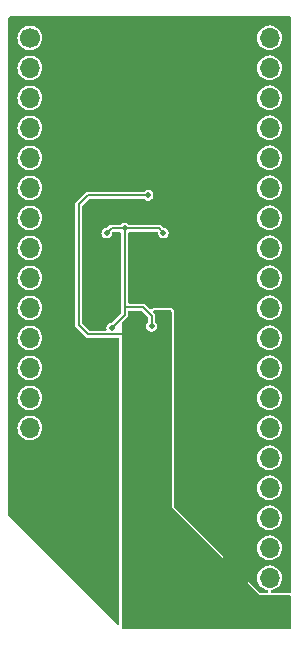
<source format=gbr>
%TF.GenerationSoftware,KiCad,Pcbnew,7.0.1*%
%TF.CreationDate,2023-04-17T09:27:04+12:00*%
%TF.ProjectId,MCT8329A-breakout,4d435438-3332-4394-912d-627265616b6f,1.0*%
%TF.SameCoordinates,Original*%
%TF.FileFunction,Copper,L2,Bot*%
%TF.FilePolarity,Positive*%
%FSLAX46Y46*%
G04 Gerber Fmt 4.6, Leading zero omitted, Abs format (unit mm)*
G04 Created by KiCad (PCBNEW 7.0.1) date 2023-04-17 09:27:04*
%MOMM*%
%LPD*%
G01*
G04 APERTURE LIST*
%TA.AperFunction,ComponentPad*%
%ADD10C,1.700000*%
%TD*%
%TA.AperFunction,ComponentPad*%
%ADD11O,1.700000X1.700000*%
%TD*%
%TA.AperFunction,SMDPad,CuDef*%
%ADD12C,2.000000*%
%TD*%
%TA.AperFunction,ViaPad*%
%ADD13C,0.500000*%
%TD*%
%TA.AperFunction,Conductor*%
%ADD14C,0.204000*%
%TD*%
G04 APERTURE END LIST*
%TA.AperFunction,EtchedComponent*%
%TO.C,NT1*%
G36*
X151921320Y-105232893D02*
G01*
X149092893Y-108061320D01*
X147678680Y-106647107D01*
X150507107Y-103818680D01*
X151921320Y-105232893D01*
G37*
%TD.AperFunction*%
%TA.AperFunction,EtchedComponent*%
G36*
X151211320Y-104522893D02*
G01*
X148382893Y-107351320D01*
X146968680Y-105937107D01*
X149797107Y-103108680D01*
X151211320Y-104522893D01*
G37*
%TD.AperFunction*%
%TD*%
D10*
%TO.P,J2,1,Pin_1*%
%TO.N,PGND*%
X152835000Y-108335000D03*
D11*
%TO.P,J2,2,Pin_2*%
%TO.N,PVDD*%
X152835000Y-105795000D03*
%TO.P,J2,3,Pin_3*%
%TO.N,/CPL*%
X152835000Y-103255000D03*
%TO.P,J2,4,Pin_4*%
%TO.N,/CPH*%
X152835000Y-100715000D03*
%TO.P,J2,5,Pin_5*%
%TO.N,/GVDD*%
X152835000Y-98175000D03*
%TO.P,J2,6,Pin_6*%
%TO.N,/BSTA*%
X152835000Y-95635000D03*
%TO.P,J2,7,Pin_7*%
%TO.N,/SHA*%
X152835000Y-93095000D03*
%TO.P,J2,8,Pin_8*%
%TO.N,/GHA*%
X152835000Y-90555000D03*
%TO.P,J2,9,Pin_9*%
%TO.N,/GLA*%
X152835000Y-88015000D03*
%TO.P,J2,10,Pin_10*%
%TO.N,/BSTB*%
X152835000Y-85475000D03*
%TO.P,J2,11,Pin_11*%
%TO.N,/SHB*%
X152835000Y-82935000D03*
%TO.P,J2,12,Pin_12*%
%TO.N,/GHB*%
X152835000Y-80395000D03*
%TO.P,J2,13,Pin_13*%
%TO.N,/GLB*%
X152835000Y-77855000D03*
%TO.P,J2,14,Pin_14*%
%TO.N,/BSTC*%
X152835000Y-75315000D03*
%TO.P,J2,15,Pin_15*%
%TO.N,/SHC*%
X152835000Y-72775000D03*
%TO.P,J2,16,Pin_16*%
%TO.N,/GHC*%
X152835000Y-70235000D03*
%TO.P,J2,17,Pin_17*%
%TO.N,/GLC*%
X152835000Y-67695000D03*
%TO.P,J2,18,Pin_18*%
%TO.N,/LSS*%
X152835000Y-65155000D03*
%TO.P,J2,19,Pin_19*%
%TO.N,/SP*%
X152835000Y-62615000D03*
%TO.P,J2,20,Pin_20*%
%TO.N,/SN*%
X152835000Y-60075000D03*
%TD*%
D12*
%TO.P,NT1,1,1*%
%TO.N,PGND*%
X148385786Y-107354214D03*
%TO.P,NT1,2,2*%
%TO.N,GND*%
X151214214Y-104525786D03*
%TD*%
D10*
%TO.P,J1,1,Pin_1*%
%TO.N,/DRVOFF*%
X132545000Y-60085000D03*
D11*
%TO.P,J1,2,Pin_2*%
%TO.N,AGND*%
X132545000Y-62625000D03*
%TO.P,J1,3,Pin_3*%
%TO.N,AVDD*%
X132545000Y-65165000D03*
%TO.P,J1,4,Pin_4*%
%TO.N,/SPEED{slash}WAKE*%
X132545000Y-67705000D03*
%TO.P,J1,5,Pin_5*%
%TO.N,/FG*%
X132545000Y-70245000D03*
%TO.P,J1,6,Pin_6*%
%TO.N,/SDA*%
X132545000Y-72785000D03*
%TO.P,J1,7,Pin_7*%
%TO.N,/SCL*%
X132545000Y-75325000D03*
%TO.P,J1,8,Pin_8*%
%TO.N,/DIR*%
X132545000Y-77865000D03*
%TO.P,J1,9,Pin_9*%
%TO.N,/EXT_CLK*%
X132545000Y-80405000D03*
%TO.P,J1,10,Pin_10*%
%TO.N,/DACOUT{slash}SOx{slash}SPEED_ANA*%
X132545000Y-82945000D03*
%TO.P,J1,11,Pin_11*%
%TO.N,/BRAKE*%
X132545000Y-85485000D03*
%TO.P,J1,12,Pin_12*%
%TO.N,/nFAULT*%
X132545000Y-88025000D03*
%TO.P,J1,13,Pin_13*%
%TO.N,DVDD*%
X132545000Y-90565000D03*
%TO.P,J1,14,Pin_14*%
%TO.N,DGND*%
X132545000Y-93105000D03*
%TD*%
D12*
%TO.P,NT1,1,1*%
%TO.N,PGND*%
X147675786Y-106644214D03*
%TO.P,NT1,2,2*%
%TO.N,GND*%
X150504214Y-103815786D03*
%TD*%
D13*
%TO.N,AVDD*%
X140575000Y-76200000D03*
X142845000Y-84492141D03*
X139045000Y-76610000D03*
X143845000Y-76580000D03*
X139472858Y-84640000D03*
%TO.N,GND*%
X145520000Y-79630000D03*
X144540000Y-80595000D03*
X149020000Y-85110000D03*
X146500000Y-81560000D03*
X147790000Y-71860000D03*
X144540000Y-79630000D03*
X149000000Y-78260000D03*
X144200000Y-73210000D03*
X147750000Y-83910000D03*
X137225000Y-83900000D03*
X145520000Y-80595000D03*
X149690000Y-79360000D03*
X149690000Y-81430000D03*
X147810000Y-91510000D03*
X142100000Y-77220000D03*
X148210000Y-89380000D03*
X143560000Y-79630000D03*
X145520000Y-81560000D03*
X146500000Y-79630000D03*
X149430000Y-83000000D03*
X145750000Y-72400000D03*
X138450000Y-76010000D03*
X137225000Y-77280000D03*
X148610000Y-87240000D03*
X139800000Y-85920000D03*
X135680000Y-81430000D03*
X136480000Y-69620000D03*
X146990000Y-67580000D03*
X139120000Y-74770000D03*
X148200000Y-73980000D03*
X147390000Y-69710000D03*
X144540000Y-81560000D03*
X146500000Y-80595000D03*
X143560000Y-80595000D03*
X139790000Y-87680000D03*
X143560000Y-81560000D03*
X138180000Y-85820000D03*
X148600000Y-76110000D03*
X147750000Y-78160000D03*
%TO.N,PGND*%
X141850000Y-83570000D03*
X142555498Y-73400000D03*
X143190000Y-86200000D03*
X141700000Y-86190000D03*
X141390000Y-88250000D03*
X142850000Y-88250000D03*
X144230000Y-83440000D03*
X144230000Y-84440000D03*
%TD*%
D14*
%TO.N,AVDD*%
X142845000Y-83585000D02*
X142130000Y-82870000D01*
X142130000Y-82870000D02*
X140580000Y-82870000D01*
X143465000Y-76200000D02*
X143845000Y-76580000D01*
X140575000Y-76200000D02*
X139455000Y-76200000D01*
X139472858Y-84640000D02*
X140575000Y-83537858D01*
X140575000Y-83537858D02*
X140575000Y-82875000D01*
X142845000Y-84492141D02*
X142845000Y-83585000D01*
X139455000Y-76200000D02*
X139045000Y-76610000D01*
X140575000Y-82875000D02*
X140575000Y-76200000D01*
X140575000Y-76200000D02*
X143465000Y-76200000D01*
%TO.N,PGND*%
X137448000Y-85188000D02*
X141062000Y-85188000D01*
X142555498Y-73400000D02*
X137450000Y-73400000D01*
X136677000Y-84417000D02*
X137448000Y-85188000D01*
X136677000Y-74173000D02*
X136677000Y-84417000D01*
X137450000Y-73400000D02*
X136677000Y-74173000D01*
%TD*%
%TA.AperFunction,Conductor*%
%TO.N,GND*%
G36*
X154596500Y-58277381D02*
G01*
X154642619Y-58323500D01*
X154659500Y-58386500D01*
X154659500Y-106952500D01*
X154642619Y-107015500D01*
X154596500Y-107061619D01*
X154533500Y-107078500D01*
X153044900Y-107078500D01*
X152983694Y-107062635D01*
X152937901Y-107019037D01*
X152919052Y-106958683D01*
X152931894Y-106896772D01*
X152973193Y-106848894D01*
X153032549Y-106827107D01*
X153040150Y-106826358D01*
X153040149Y-106826358D01*
X153237416Y-106766518D01*
X153419218Y-106669344D01*
X153578568Y-106538568D01*
X153709344Y-106379218D01*
X153806518Y-106197416D01*
X153866358Y-106000150D01*
X153886564Y-105795000D01*
X153866358Y-105589850D01*
X153806518Y-105392584D01*
X153709344Y-105210782D01*
X153709342Y-105210779D01*
X153578568Y-105051431D01*
X153419220Y-104920657D01*
X153237414Y-104823481D01*
X153040150Y-104763641D01*
X152835000Y-104743435D01*
X152629849Y-104763641D01*
X152432585Y-104823481D01*
X152250779Y-104920657D01*
X152091431Y-105051431D01*
X151960657Y-105210779D01*
X151863481Y-105392585D01*
X151803641Y-105589849D01*
X151783435Y-105794999D01*
X151803641Y-106000150D01*
X151863481Y-106197414D01*
X151960657Y-106379220D01*
X152091431Y-106538568D01*
X152250779Y-106669342D01*
X152250780Y-106669342D01*
X152250782Y-106669344D01*
X152432584Y-106766518D01*
X152531217Y-106796438D01*
X152629849Y-106826358D01*
X152637451Y-106827107D01*
X152696807Y-106848894D01*
X152738106Y-106896772D01*
X152750948Y-106958683D01*
X152732099Y-107019037D01*
X152686306Y-107062635D01*
X152625100Y-107078500D01*
X152125654Y-107078500D01*
X152077436Y-107068909D01*
X152036559Y-107041595D01*
X148249962Y-103254999D01*
X151783435Y-103254999D01*
X151803641Y-103460150D01*
X151863481Y-103657414D01*
X151960657Y-103839220D01*
X152091431Y-103998568D01*
X152250779Y-104129342D01*
X152250780Y-104129342D01*
X152250782Y-104129344D01*
X152432584Y-104226518D01*
X152531217Y-104256438D01*
X152629849Y-104286358D01*
X152834999Y-104306564D01*
X152834999Y-104306563D01*
X152835000Y-104306564D01*
X153040150Y-104286358D01*
X153237416Y-104226518D01*
X153419218Y-104129344D01*
X153578568Y-103998568D01*
X153709344Y-103839218D01*
X153806518Y-103657416D01*
X153866358Y-103460150D01*
X153886564Y-103255000D01*
X153866358Y-103049850D01*
X153806518Y-102852584D01*
X153709344Y-102670782D01*
X153709342Y-102670779D01*
X153578568Y-102511431D01*
X153419220Y-102380657D01*
X153237414Y-102283481D01*
X153040150Y-102223641D01*
X152835000Y-102203435D01*
X152629849Y-102223641D01*
X152432585Y-102283481D01*
X152250779Y-102380657D01*
X152091431Y-102511431D01*
X151960657Y-102670779D01*
X151863481Y-102852585D01*
X151803641Y-103049849D01*
X151783435Y-103254999D01*
X148249962Y-103254999D01*
X145709962Y-100714999D01*
X151783435Y-100714999D01*
X151803641Y-100920150D01*
X151863481Y-101117414D01*
X151960657Y-101299220D01*
X152091431Y-101458568D01*
X152250779Y-101589342D01*
X152250780Y-101589342D01*
X152250782Y-101589344D01*
X152432584Y-101686518D01*
X152531216Y-101716437D01*
X152629849Y-101746358D01*
X152834999Y-101766564D01*
X152834999Y-101766563D01*
X152835000Y-101766564D01*
X153040150Y-101746358D01*
X153237416Y-101686518D01*
X153419218Y-101589344D01*
X153578568Y-101458568D01*
X153709344Y-101299218D01*
X153806518Y-101117416D01*
X153866358Y-100920150D01*
X153886564Y-100715000D01*
X153870340Y-100550284D01*
X153866358Y-100509849D01*
X153806518Y-100312585D01*
X153806518Y-100312584D01*
X153709344Y-100130782D01*
X153709342Y-100130779D01*
X153578568Y-99971431D01*
X153419220Y-99840657D01*
X153312177Y-99783442D01*
X153237416Y-99743482D01*
X153237415Y-99743481D01*
X153237414Y-99743481D01*
X153040150Y-99683641D01*
X152835000Y-99663435D01*
X152629849Y-99683641D01*
X152432585Y-99743481D01*
X152250779Y-99840657D01*
X152091431Y-99971431D01*
X151960657Y-100130779D01*
X151863481Y-100312585D01*
X151803641Y-100509849D01*
X151783435Y-100714999D01*
X145709962Y-100714999D01*
X144778405Y-99783442D01*
X144751091Y-99742565D01*
X144741500Y-99694347D01*
X144741500Y-98175000D01*
X151783435Y-98175000D01*
X151803641Y-98380150D01*
X151863481Y-98577414D01*
X151960657Y-98759220D01*
X152091431Y-98918568D01*
X152250779Y-99049342D01*
X152250780Y-99049342D01*
X152250782Y-99049344D01*
X152432584Y-99146518D01*
X152531217Y-99176438D01*
X152629849Y-99206358D01*
X152834999Y-99226564D01*
X152834999Y-99226563D01*
X152835000Y-99226564D01*
X153040150Y-99206358D01*
X153237416Y-99146518D01*
X153419218Y-99049344D01*
X153578568Y-98918568D01*
X153709344Y-98759218D01*
X153806518Y-98577416D01*
X153866358Y-98380150D01*
X153886564Y-98175000D01*
X153866358Y-97969850D01*
X153806518Y-97772584D01*
X153709344Y-97590782D01*
X153709342Y-97590779D01*
X153578568Y-97431431D01*
X153419220Y-97300657D01*
X153237414Y-97203481D01*
X153040150Y-97143641D01*
X152835000Y-97123435D01*
X152629849Y-97143641D01*
X152432585Y-97203481D01*
X152250779Y-97300657D01*
X152091431Y-97431431D01*
X151960657Y-97590779D01*
X151863481Y-97772585D01*
X151803641Y-97969849D01*
X151783435Y-98175000D01*
X144741500Y-98175000D01*
X144741500Y-95635000D01*
X151783435Y-95635000D01*
X151803641Y-95840150D01*
X151863481Y-96037414D01*
X151960657Y-96219220D01*
X152091431Y-96378568D01*
X152250779Y-96509342D01*
X152250780Y-96509342D01*
X152250782Y-96509344D01*
X152432584Y-96606518D01*
X152531217Y-96636438D01*
X152629849Y-96666358D01*
X152835000Y-96686564D01*
X153040150Y-96666358D01*
X153237416Y-96606518D01*
X153419218Y-96509344D01*
X153578568Y-96378568D01*
X153709344Y-96219218D01*
X153806518Y-96037416D01*
X153866358Y-95840150D01*
X153886564Y-95635000D01*
X153866358Y-95429850D01*
X153806518Y-95232584D01*
X153709344Y-95050782D01*
X153709342Y-95050779D01*
X153578568Y-94891431D01*
X153419220Y-94760657D01*
X153237414Y-94663481D01*
X153040150Y-94603641D01*
X152834999Y-94583435D01*
X152629849Y-94603641D01*
X152432585Y-94663481D01*
X152250779Y-94760657D01*
X152091431Y-94891431D01*
X151960657Y-95050779D01*
X151863481Y-95232585D01*
X151803641Y-95429849D01*
X151783435Y-95635000D01*
X144741500Y-95635000D01*
X144741500Y-93095000D01*
X151783435Y-93095000D01*
X151803641Y-93300150D01*
X151863481Y-93497414D01*
X151960657Y-93679220D01*
X152091431Y-93838568D01*
X152250779Y-93969342D01*
X152250780Y-93969342D01*
X152250782Y-93969344D01*
X152432584Y-94066518D01*
X152465550Y-94076518D01*
X152629849Y-94126358D01*
X152835000Y-94146564D01*
X153040150Y-94126358D01*
X153237416Y-94066518D01*
X153419218Y-93969344D01*
X153578568Y-93838568D01*
X153709344Y-93679218D01*
X153806518Y-93497416D01*
X153866358Y-93300150D01*
X153886564Y-93095000D01*
X153866358Y-92889850D01*
X153806518Y-92692584D01*
X153709344Y-92510782D01*
X153709342Y-92510779D01*
X153578568Y-92351431D01*
X153419220Y-92220657D01*
X153237414Y-92123481D01*
X153040150Y-92063641D01*
X152834999Y-92043435D01*
X152629849Y-92063641D01*
X152432585Y-92123481D01*
X152250779Y-92220657D01*
X152091431Y-92351431D01*
X151960657Y-92510779D01*
X151863481Y-92692585D01*
X151803641Y-92889849D01*
X151783435Y-93095000D01*
X144741500Y-93095000D01*
X144741500Y-90555000D01*
X151783435Y-90555000D01*
X151803641Y-90760150D01*
X151863481Y-90957414D01*
X151960657Y-91139220D01*
X152091431Y-91298568D01*
X152250779Y-91429342D01*
X152250780Y-91429342D01*
X152250782Y-91429344D01*
X152432584Y-91526518D01*
X152465550Y-91536518D01*
X152629849Y-91586358D01*
X152835000Y-91606564D01*
X153040150Y-91586358D01*
X153237416Y-91526518D01*
X153419218Y-91429344D01*
X153578568Y-91298568D01*
X153709344Y-91139218D01*
X153806518Y-90957416D01*
X153866358Y-90760150D01*
X153886564Y-90555000D01*
X153866358Y-90349850D01*
X153806518Y-90152584D01*
X153709344Y-89970782D01*
X153709342Y-89970779D01*
X153578568Y-89811431D01*
X153419220Y-89680657D01*
X153237414Y-89583481D01*
X153040150Y-89523641D01*
X152835000Y-89503435D01*
X152629849Y-89523641D01*
X152432585Y-89583481D01*
X152250779Y-89680657D01*
X152091431Y-89811431D01*
X151960657Y-89970779D01*
X151863481Y-90152585D01*
X151803641Y-90349849D01*
X151783435Y-90555000D01*
X144741500Y-90555000D01*
X144741500Y-88015000D01*
X151783435Y-88015000D01*
X151803641Y-88220150D01*
X151863481Y-88417414D01*
X151960657Y-88599220D01*
X152091431Y-88758568D01*
X152250779Y-88889342D01*
X152250780Y-88889342D01*
X152250782Y-88889344D01*
X152432584Y-88986518D01*
X152465550Y-88996518D01*
X152629849Y-89046358D01*
X152835000Y-89066564D01*
X153040150Y-89046358D01*
X153237416Y-88986518D01*
X153419218Y-88889344D01*
X153578568Y-88758568D01*
X153709344Y-88599218D01*
X153806518Y-88417416D01*
X153866358Y-88220150D01*
X153886564Y-88015000D01*
X153866358Y-87809850D01*
X153806518Y-87612584D01*
X153709344Y-87430782D01*
X153709342Y-87430779D01*
X153578568Y-87271431D01*
X153419220Y-87140657D01*
X153237414Y-87043481D01*
X153040150Y-86983641D01*
X152834999Y-86963435D01*
X152629849Y-86983641D01*
X152432585Y-87043481D01*
X152250779Y-87140657D01*
X152091431Y-87271431D01*
X151960657Y-87430779D01*
X151863481Y-87612585D01*
X151803641Y-87809849D01*
X151783435Y-88015000D01*
X144741500Y-88015000D01*
X144741500Y-85475000D01*
X151783435Y-85475000D01*
X151803641Y-85680150D01*
X151863481Y-85877414D01*
X151960657Y-86059220D01*
X152091431Y-86218568D01*
X152250779Y-86349342D01*
X152250780Y-86349342D01*
X152250782Y-86349344D01*
X152432584Y-86446518D01*
X152465550Y-86456518D01*
X152629849Y-86506358D01*
X152835000Y-86526564D01*
X153040150Y-86506358D01*
X153237416Y-86446518D01*
X153419218Y-86349344D01*
X153578568Y-86218568D01*
X153709344Y-86059218D01*
X153806518Y-85877416D01*
X153866358Y-85680150D01*
X153886564Y-85475000D01*
X153866358Y-85269850D01*
X153806518Y-85072584D01*
X153709344Y-84890782D01*
X153678005Y-84852595D01*
X153578568Y-84731431D01*
X153419220Y-84600657D01*
X153237414Y-84503481D01*
X153040150Y-84443641D01*
X152835000Y-84423435D01*
X152629849Y-84443641D01*
X152432585Y-84503481D01*
X152250779Y-84600657D01*
X152091431Y-84731431D01*
X151960657Y-84890779D01*
X151863481Y-85072585D01*
X151803641Y-85269849D01*
X151783435Y-85475000D01*
X144741500Y-85475000D01*
X144741500Y-83256000D01*
X144734634Y-83203849D01*
X144734634Y-83203847D01*
X144717753Y-83140847D01*
X144697623Y-83092250D01*
X144697622Y-83092249D01*
X144697622Y-83092248D01*
X144665600Y-83050516D01*
X144619483Y-83004399D01*
X144577751Y-82972377D01*
X144529154Y-82952247D01*
X144466150Y-82935365D01*
X144463377Y-82935000D01*
X151783435Y-82935000D01*
X151803641Y-83140150D01*
X151863481Y-83337414D01*
X151960657Y-83519220D01*
X152091431Y-83678568D01*
X152250779Y-83809342D01*
X152250780Y-83809342D01*
X152250782Y-83809344D01*
X152432584Y-83906518D01*
X152465550Y-83916518D01*
X152629849Y-83966358D01*
X152834999Y-83986564D01*
X152834999Y-83986563D01*
X152835000Y-83986564D01*
X153040150Y-83966358D01*
X153237416Y-83906518D01*
X153419218Y-83809344D01*
X153578568Y-83678568D01*
X153709344Y-83519218D01*
X153806518Y-83337416D01*
X153866358Y-83140150D01*
X153886564Y-82935000D01*
X153866358Y-82729850D01*
X153806518Y-82532584D01*
X153709344Y-82350782D01*
X153709342Y-82350779D01*
X153578568Y-82191431D01*
X153419220Y-82060657D01*
X153237414Y-81963481D01*
X153040150Y-81903641D01*
X152835000Y-81883435D01*
X152629849Y-81903641D01*
X152432585Y-81963481D01*
X152250779Y-82060657D01*
X152091431Y-82191431D01*
X151960657Y-82350779D01*
X151863481Y-82532585D01*
X151803641Y-82729849D01*
X151783435Y-82935000D01*
X144463377Y-82935000D01*
X144414000Y-82928500D01*
X143116332Y-82928500D01*
X143088108Y-82931840D01*
X143069291Y-82934067D01*
X143012092Y-82947799D01*
X142967649Y-82964195D01*
X142928263Y-82990512D01*
X142878968Y-83032615D01*
X142823334Y-83060050D01*
X142761351Y-83057615D01*
X142708041Y-83025899D01*
X142390037Y-82707894D01*
X142380088Y-82694065D01*
X142338327Y-82655995D01*
X142334137Y-82651994D01*
X142321511Y-82639368D01*
X142321510Y-82639367D01*
X142320742Y-82638599D01*
X142309325Y-82629557D01*
X142289862Y-82611814D01*
X142289860Y-82611812D01*
X142283754Y-82609447D01*
X142258063Y-82595905D01*
X142252659Y-82592203D01*
X142252658Y-82592202D01*
X142252657Y-82592202D01*
X142227015Y-82586171D01*
X142210347Y-82581010D01*
X142185799Y-82571500D01*
X142179251Y-82571500D01*
X142150403Y-82568153D01*
X142144025Y-82566652D01*
X142117938Y-82570292D01*
X142100530Y-82571500D01*
X140999500Y-82571500D01*
X140936500Y-82554619D01*
X140890381Y-82508500D01*
X140873500Y-82445500D01*
X140873500Y-80395000D01*
X151783435Y-80395000D01*
X151803641Y-80600150D01*
X151863481Y-80797414D01*
X151960657Y-80979220D01*
X152091431Y-81138568D01*
X152250779Y-81269342D01*
X152250780Y-81269342D01*
X152250782Y-81269344D01*
X152432584Y-81366518D01*
X152465550Y-81376518D01*
X152629849Y-81426358D01*
X152835000Y-81446564D01*
X153040150Y-81426358D01*
X153237416Y-81366518D01*
X153419218Y-81269344D01*
X153578568Y-81138568D01*
X153709344Y-80979218D01*
X153806518Y-80797416D01*
X153866358Y-80600150D01*
X153886564Y-80395000D01*
X153866358Y-80189850D01*
X153806518Y-79992584D01*
X153709344Y-79810782D01*
X153709342Y-79810779D01*
X153578568Y-79651431D01*
X153419220Y-79520657D01*
X153237414Y-79423481D01*
X153040150Y-79363641D01*
X152835000Y-79343435D01*
X152629849Y-79363641D01*
X152432585Y-79423481D01*
X152250779Y-79520657D01*
X152091431Y-79651431D01*
X151960657Y-79810779D01*
X151863481Y-79992585D01*
X151803641Y-80189849D01*
X151783435Y-80395000D01*
X140873500Y-80395000D01*
X140873500Y-77854999D01*
X151783435Y-77854999D01*
X151803641Y-78060150D01*
X151863481Y-78257414D01*
X151960657Y-78439220D01*
X152091431Y-78598568D01*
X152250779Y-78729342D01*
X152250780Y-78729342D01*
X152250782Y-78729344D01*
X152432584Y-78826518D01*
X152465550Y-78836518D01*
X152629849Y-78886358D01*
X152835000Y-78906564D01*
X153040150Y-78886358D01*
X153237416Y-78826518D01*
X153419218Y-78729344D01*
X153578568Y-78598568D01*
X153709344Y-78439218D01*
X153806518Y-78257416D01*
X153866358Y-78060150D01*
X153886564Y-77855000D01*
X153866358Y-77649850D01*
X153806518Y-77452584D01*
X153709344Y-77270782D01*
X153709342Y-77270779D01*
X153578568Y-77111431D01*
X153419220Y-76980657D01*
X153237414Y-76883481D01*
X153040150Y-76823641D01*
X152835000Y-76803435D01*
X152629849Y-76823641D01*
X152432585Y-76883481D01*
X152250779Y-76980657D01*
X152091431Y-77111431D01*
X151960657Y-77270779D01*
X151863481Y-77452585D01*
X151803641Y-77649849D01*
X151783435Y-77854999D01*
X140873500Y-77854999D01*
X140873500Y-76624500D01*
X140890381Y-76561500D01*
X140936500Y-76515381D01*
X140999500Y-76498500D01*
X143273012Y-76498500D01*
X143330749Y-76512507D01*
X143375649Y-76551413D01*
X143397728Y-76606564D01*
X143412181Y-76707087D01*
X143465518Y-76823878D01*
X143549598Y-76920912D01*
X143657610Y-76990327D01*
X143780803Y-77026500D01*
X143909196Y-77026500D01*
X143909197Y-77026500D01*
X144032390Y-76990327D01*
X144140402Y-76920912D01*
X144224482Y-76823878D01*
X144277819Y-76707087D01*
X144296091Y-76580000D01*
X144277819Y-76452913D01*
X144224482Y-76336122D01*
X144140402Y-76239088D01*
X144140401Y-76239087D01*
X144032390Y-76169673D01*
X143978703Y-76153909D01*
X143909197Y-76133500D01*
X143909196Y-76133500D01*
X143872833Y-76133500D01*
X143824615Y-76123909D01*
X143783738Y-76096595D01*
X143725039Y-76037896D01*
X143715088Y-76024065D01*
X143673327Y-75985995D01*
X143669137Y-75981994D01*
X143656511Y-75969368D01*
X143656510Y-75969367D01*
X143655742Y-75968599D01*
X143644325Y-75959557D01*
X143624862Y-75941814D01*
X143624860Y-75941812D01*
X143618754Y-75939447D01*
X143593063Y-75925905D01*
X143587659Y-75922203D01*
X143587658Y-75922202D01*
X143587657Y-75922202D01*
X143562015Y-75916171D01*
X143545347Y-75911010D01*
X143535104Y-75907042D01*
X143520799Y-75901500D01*
X143514251Y-75901500D01*
X143485403Y-75898153D01*
X143479025Y-75896652D01*
X143452938Y-75900292D01*
X143435530Y-75901500D01*
X140964695Y-75901500D01*
X140912353Y-75890114D01*
X140873969Y-75861380D01*
X140762390Y-75789673D01*
X140762389Y-75789672D01*
X140639197Y-75753500D01*
X140510803Y-75753500D01*
X140449206Y-75771586D01*
X140387609Y-75789673D01*
X140276030Y-75861380D01*
X140237647Y-75890114D01*
X140185305Y-75901500D01*
X139524251Y-75901500D01*
X139507424Y-75898755D01*
X139455541Y-75901155D01*
X139450998Y-75901365D01*
X139445180Y-75901500D01*
X139426254Y-75901500D01*
X139411788Y-75903177D01*
X139385473Y-75904394D01*
X139379477Y-75907042D01*
X139351753Y-75915628D01*
X139345301Y-75916834D01*
X139322905Y-75930701D01*
X139307473Y-75938835D01*
X139283385Y-75949471D01*
X139278751Y-75954105D01*
X139255996Y-75972129D01*
X139250417Y-75975583D01*
X139234546Y-75996600D01*
X139223093Y-76009762D01*
X139106262Y-76126595D01*
X139065385Y-76153909D01*
X139017166Y-76163500D01*
X138980803Y-76163500D01*
X138919206Y-76181586D01*
X138857609Y-76199673D01*
X138749598Y-76269087D01*
X138665518Y-76366121D01*
X138612180Y-76482915D01*
X138593908Y-76609999D01*
X138612180Y-76737084D01*
X138612180Y-76737085D01*
X138612181Y-76737087D01*
X138665518Y-76853878D01*
X138749598Y-76950912D01*
X138857610Y-77020327D01*
X138980803Y-77056500D01*
X139109196Y-77056500D01*
X139109197Y-77056500D01*
X139232390Y-77020327D01*
X139340402Y-76950912D01*
X139424482Y-76853878D01*
X139477819Y-76737087D01*
X139494984Y-76617692D01*
X139507030Y-76579228D01*
X139530607Y-76546534D01*
X139541741Y-76535401D01*
X139582617Y-76508090D01*
X139630832Y-76498500D01*
X140150500Y-76498500D01*
X140213500Y-76515381D01*
X140259619Y-76561500D01*
X140276500Y-76624500D01*
X140276500Y-83362025D01*
X140266909Y-83410243D01*
X140239595Y-83451120D01*
X139534120Y-84156595D01*
X139493243Y-84183909D01*
X139445025Y-84193500D01*
X139408661Y-84193500D01*
X139347064Y-84211586D01*
X139285467Y-84229673D01*
X139177456Y-84299087D01*
X139093376Y-84396121D01*
X139040038Y-84512915D01*
X139021766Y-84639999D01*
X139036945Y-84745568D01*
X139033124Y-84798998D01*
X139007453Y-84846012D01*
X138964570Y-84878114D01*
X138912228Y-84889500D01*
X137623833Y-84889500D01*
X137575615Y-84879909D01*
X137534737Y-84852595D01*
X137012404Y-84330261D01*
X136985091Y-84289384D01*
X136975500Y-84241166D01*
X136975500Y-75314999D01*
X151783435Y-75314999D01*
X151803641Y-75520150D01*
X151863481Y-75717414D01*
X151960657Y-75899220D01*
X152091431Y-76058568D01*
X152250779Y-76189342D01*
X152250780Y-76189342D01*
X152250782Y-76189344D01*
X152432584Y-76286518D01*
X152465550Y-76296518D01*
X152629849Y-76346358D01*
X152834999Y-76366564D01*
X152834999Y-76366563D01*
X152835000Y-76366564D01*
X153040150Y-76346358D01*
X153237416Y-76286518D01*
X153419218Y-76189344D01*
X153578568Y-76058568D01*
X153709344Y-75899218D01*
X153806518Y-75717416D01*
X153866358Y-75520150D01*
X153886564Y-75315000D01*
X153866358Y-75109850D01*
X153806518Y-74912584D01*
X153709344Y-74730782D01*
X153709342Y-74730779D01*
X153578568Y-74571431D01*
X153419220Y-74440657D01*
X153237414Y-74343481D01*
X153040150Y-74283641D01*
X152835000Y-74263435D01*
X152629849Y-74283641D01*
X152432585Y-74343481D01*
X152250779Y-74440657D01*
X152091431Y-74571431D01*
X151960657Y-74730779D01*
X151863481Y-74912585D01*
X151803641Y-75109849D01*
X151783435Y-75314999D01*
X136975500Y-75314999D01*
X136975500Y-74348833D01*
X136985091Y-74300615D01*
X137012405Y-74259738D01*
X137536738Y-73735405D01*
X137577615Y-73708091D01*
X137625833Y-73698500D01*
X142165803Y-73698500D01*
X142218145Y-73709886D01*
X142256528Y-73738619D01*
X142260095Y-73740911D01*
X142260096Y-73740912D01*
X142368108Y-73810327D01*
X142491301Y-73846500D01*
X142619694Y-73846500D01*
X142619695Y-73846500D01*
X142742888Y-73810327D01*
X142850900Y-73740912D01*
X142934980Y-73643878D01*
X142988317Y-73527087D01*
X143006589Y-73400000D01*
X142988317Y-73272913D01*
X142934980Y-73156122D01*
X142850900Y-73059088D01*
X142850899Y-73059087D01*
X142742888Y-72989673D01*
X142710456Y-72980150D01*
X142619695Y-72953500D01*
X142491301Y-72953500D01*
X142429704Y-72971586D01*
X142368107Y-72989673D01*
X142256528Y-73061380D01*
X142218145Y-73090114D01*
X142165803Y-73101500D01*
X137519246Y-73101500D01*
X137502431Y-73098757D01*
X137491954Y-73099241D01*
X137448703Y-73101240D01*
X137445990Y-73101366D01*
X137440172Y-73101500D01*
X137421258Y-73101500D01*
X137406789Y-73103177D01*
X137380473Y-73104394D01*
X137374480Y-73107041D01*
X137346743Y-73115630D01*
X137343674Y-73116204D01*
X137340298Y-73116835D01*
X137317902Y-73130702D01*
X137302477Y-73138833D01*
X137278383Y-73149472D01*
X137273751Y-73154105D01*
X137250996Y-73172129D01*
X137245417Y-73175583D01*
X137229543Y-73196604D01*
X137218089Y-73209766D01*
X136514890Y-73912965D01*
X136501060Y-73922916D01*
X136462993Y-73964673D01*
X136458980Y-73968876D01*
X136445601Y-73982255D01*
X136436558Y-73993671D01*
X136418813Y-74013136D01*
X136416446Y-74019248D01*
X136402911Y-74044926D01*
X136399203Y-74050339D01*
X136393172Y-74075982D01*
X136388011Y-74092647D01*
X136378500Y-74117199D01*
X136378500Y-74123749D01*
X136375153Y-74152597D01*
X136373652Y-74158974D01*
X136377292Y-74185062D01*
X136378500Y-74202470D01*
X136378500Y-84347754D01*
X136375757Y-84364568D01*
X136376241Y-84375045D01*
X136376241Y-84375046D01*
X136377695Y-84406501D01*
X136378366Y-84421010D01*
X136378500Y-84426828D01*
X136378500Y-84445747D01*
X136380177Y-84460210D01*
X136381394Y-84486524D01*
X136384039Y-84492514D01*
X136392630Y-84520256D01*
X136393834Y-84526698D01*
X136407703Y-84549099D01*
X136415835Y-84564527D01*
X136426471Y-84588613D01*
X136426472Y-84588614D01*
X136426473Y-84588616D01*
X136431100Y-84593243D01*
X136449130Y-84616004D01*
X136452583Y-84621581D01*
X136473601Y-84637453D01*
X136486765Y-84648908D01*
X137187961Y-85350103D01*
X137197918Y-85363941D01*
X137239681Y-85402013D01*
X137243871Y-85406013D01*
X137256490Y-85418632D01*
X137257260Y-85419402D01*
X137268672Y-85428440D01*
X137288138Y-85446186D01*
X137294244Y-85448551D01*
X137319934Y-85462092D01*
X137325341Y-85465797D01*
X137350987Y-85471828D01*
X137367648Y-85476987D01*
X137392201Y-85486500D01*
X137398745Y-85486500D01*
X137427592Y-85489846D01*
X137433975Y-85491348D01*
X137460067Y-85487708D01*
X137477476Y-85486500D01*
X140002500Y-85486500D01*
X140065500Y-85503381D01*
X140111619Y-85549500D01*
X140128500Y-85612500D01*
X140128500Y-109653603D01*
X140114767Y-109710806D01*
X140076561Y-109755539D01*
X140022211Y-109778052D01*
X139963564Y-109773436D01*
X139913405Y-109742698D01*
X135381489Y-105210782D01*
X130757405Y-100586697D01*
X130730091Y-100545820D01*
X130720500Y-100497602D01*
X130720500Y-93104999D01*
X131493435Y-93104999D01*
X131513641Y-93310150D01*
X131573481Y-93507414D01*
X131670657Y-93689220D01*
X131801431Y-93848568D01*
X131960779Y-93979342D01*
X131960780Y-93979342D01*
X131960782Y-93979344D01*
X132142584Y-94076518D01*
X132241216Y-94106437D01*
X132339849Y-94136358D01*
X132545000Y-94156564D01*
X132750150Y-94136358D01*
X132947416Y-94076518D01*
X133129218Y-93979344D01*
X133288568Y-93848568D01*
X133419344Y-93689218D01*
X133516518Y-93507416D01*
X133576358Y-93310150D01*
X133596564Y-93105000D01*
X133576358Y-92899850D01*
X133573324Y-92889849D01*
X133516518Y-92702585D01*
X133516518Y-92702584D01*
X133419344Y-92520782D01*
X133419342Y-92520779D01*
X133288568Y-92361431D01*
X133129220Y-92230657D01*
X132947414Y-92133481D01*
X132750150Y-92073641D01*
X132545000Y-92053435D01*
X132339849Y-92073641D01*
X132142585Y-92133481D01*
X131960779Y-92230657D01*
X131801431Y-92361431D01*
X131670657Y-92520779D01*
X131573481Y-92702585D01*
X131513641Y-92899849D01*
X131493435Y-93104999D01*
X130720500Y-93104999D01*
X130720500Y-90564999D01*
X131493435Y-90564999D01*
X131513641Y-90770150D01*
X131573481Y-90967414D01*
X131670657Y-91149220D01*
X131801431Y-91308568D01*
X131960779Y-91439342D01*
X131960780Y-91439342D01*
X131960782Y-91439344D01*
X132142584Y-91536518D01*
X132241216Y-91566437D01*
X132339849Y-91596358D01*
X132545000Y-91616564D01*
X132750150Y-91596358D01*
X132947416Y-91536518D01*
X133129218Y-91439344D01*
X133288568Y-91308568D01*
X133419344Y-91149218D01*
X133516518Y-90967416D01*
X133576358Y-90770150D01*
X133596564Y-90565000D01*
X133576358Y-90359850D01*
X133573324Y-90349849D01*
X133516518Y-90162585D01*
X133516518Y-90162584D01*
X133419344Y-89980782D01*
X133419342Y-89980779D01*
X133288568Y-89821431D01*
X133129220Y-89690657D01*
X132947414Y-89593481D01*
X132750150Y-89533641D01*
X132545000Y-89513435D01*
X132339849Y-89533641D01*
X132142585Y-89593481D01*
X131960779Y-89690657D01*
X131801431Y-89821431D01*
X131670657Y-89980779D01*
X131573481Y-90162585D01*
X131513641Y-90359849D01*
X131493435Y-90564999D01*
X130720500Y-90564999D01*
X130720500Y-88024999D01*
X131493435Y-88024999D01*
X131513641Y-88230150D01*
X131573481Y-88427414D01*
X131670657Y-88609220D01*
X131801431Y-88768568D01*
X131960779Y-88899342D01*
X131960780Y-88899342D01*
X131960782Y-88899344D01*
X132142584Y-88996518D01*
X132241217Y-89026438D01*
X132339849Y-89056358D01*
X132544999Y-89076564D01*
X132544999Y-89076563D01*
X132545000Y-89076564D01*
X132750150Y-89056358D01*
X132947416Y-88996518D01*
X133129218Y-88899344D01*
X133288568Y-88768568D01*
X133419344Y-88609218D01*
X133516518Y-88427416D01*
X133576358Y-88230150D01*
X133596564Y-88025000D01*
X133576358Y-87819850D01*
X133573324Y-87809849D01*
X133516518Y-87622585D01*
X133516518Y-87622584D01*
X133419344Y-87440782D01*
X133419342Y-87440779D01*
X133288568Y-87281431D01*
X133129220Y-87150657D01*
X132947414Y-87053481D01*
X132750150Y-86993641D01*
X132545000Y-86973435D01*
X132339849Y-86993641D01*
X132142585Y-87053481D01*
X131960779Y-87150657D01*
X131801431Y-87281431D01*
X131670657Y-87440779D01*
X131573481Y-87622585D01*
X131513641Y-87819849D01*
X131493435Y-88024999D01*
X130720500Y-88024999D01*
X130720500Y-85485000D01*
X131493435Y-85485000D01*
X131513641Y-85690150D01*
X131573481Y-85887414D01*
X131670657Y-86069220D01*
X131801431Y-86228568D01*
X131960779Y-86359342D01*
X131960780Y-86359342D01*
X131960782Y-86359344D01*
X132142584Y-86456518D01*
X132241217Y-86486438D01*
X132339849Y-86516358D01*
X132545000Y-86536564D01*
X132750150Y-86516358D01*
X132947416Y-86456518D01*
X133129218Y-86359344D01*
X133288568Y-86228568D01*
X133419344Y-86069218D01*
X133516518Y-85887416D01*
X133576358Y-85690150D01*
X133596564Y-85485000D01*
X133588786Y-85406035D01*
X133576358Y-85279849D01*
X133516518Y-85082585D01*
X133516518Y-85082584D01*
X133419344Y-84900782D01*
X133419342Y-84900779D01*
X133288568Y-84741431D01*
X133129220Y-84610657D01*
X133014052Y-84549099D01*
X132947416Y-84513482D01*
X132947415Y-84513481D01*
X132947414Y-84513481D01*
X132750150Y-84453641D01*
X132545000Y-84433435D01*
X132339849Y-84453641D01*
X132142585Y-84513481D01*
X131960779Y-84610657D01*
X131801431Y-84741431D01*
X131670657Y-84900779D01*
X131573481Y-85082585D01*
X131513641Y-85279849D01*
X131493435Y-85485000D01*
X130720500Y-85485000D01*
X130720500Y-82945000D01*
X131493435Y-82945000D01*
X131513641Y-83150150D01*
X131573481Y-83347414D01*
X131670657Y-83529220D01*
X131801431Y-83688568D01*
X131960779Y-83819342D01*
X131960780Y-83819342D01*
X131960782Y-83819344D01*
X132142584Y-83916518D01*
X132241216Y-83946437D01*
X132339849Y-83976358D01*
X132545000Y-83996564D01*
X132750150Y-83976358D01*
X132947416Y-83916518D01*
X133129218Y-83819344D01*
X133288568Y-83688568D01*
X133419344Y-83529218D01*
X133516518Y-83347416D01*
X133576358Y-83150150D01*
X133596564Y-82945000D01*
X133576358Y-82739850D01*
X133573324Y-82729849D01*
X133528174Y-82581010D01*
X133516518Y-82542584D01*
X133419344Y-82360782D01*
X133419342Y-82360779D01*
X133288568Y-82201431D01*
X133129220Y-82070657D01*
X132947414Y-81973481D01*
X132750150Y-81913641D01*
X132545000Y-81893435D01*
X132339849Y-81913641D01*
X132142585Y-81973481D01*
X131960779Y-82070657D01*
X131801431Y-82201431D01*
X131670657Y-82360779D01*
X131573481Y-82542585D01*
X131513641Y-82739849D01*
X131493435Y-82945000D01*
X130720500Y-82945000D01*
X130720500Y-80405000D01*
X131493435Y-80405000D01*
X131513641Y-80610150D01*
X131573481Y-80807414D01*
X131670657Y-80989220D01*
X131801431Y-81148568D01*
X131960779Y-81279342D01*
X131960780Y-81279342D01*
X131960782Y-81279344D01*
X132142584Y-81376518D01*
X132241217Y-81406438D01*
X132339849Y-81436358D01*
X132545000Y-81456564D01*
X132750150Y-81436358D01*
X132947416Y-81376518D01*
X133129218Y-81279344D01*
X133288568Y-81148568D01*
X133419344Y-80989218D01*
X133516518Y-80807416D01*
X133576358Y-80610150D01*
X133596564Y-80405000D01*
X133576358Y-80199850D01*
X133573324Y-80189849D01*
X133516518Y-80002585D01*
X133516518Y-80002584D01*
X133419344Y-79820782D01*
X133419342Y-79820779D01*
X133288568Y-79661431D01*
X133129220Y-79530657D01*
X132947414Y-79433481D01*
X132750150Y-79373641D01*
X132545000Y-79353435D01*
X132339849Y-79373641D01*
X132142585Y-79433481D01*
X131960779Y-79530657D01*
X131801431Y-79661431D01*
X131670657Y-79820779D01*
X131573481Y-80002585D01*
X131513641Y-80199849D01*
X131493435Y-80405000D01*
X130720500Y-80405000D01*
X130720500Y-77865000D01*
X131493435Y-77865000D01*
X131513641Y-78070150D01*
X131573481Y-78267414D01*
X131670657Y-78449220D01*
X131801431Y-78608568D01*
X131960779Y-78739342D01*
X131960780Y-78739342D01*
X131960782Y-78739344D01*
X132142584Y-78836518D01*
X132241217Y-78866438D01*
X132339849Y-78896358D01*
X132545000Y-78916564D01*
X132750150Y-78896358D01*
X132947416Y-78836518D01*
X133129218Y-78739344D01*
X133288568Y-78608568D01*
X133419344Y-78449218D01*
X133516518Y-78267416D01*
X133576358Y-78070150D01*
X133596564Y-77865000D01*
X133576358Y-77659850D01*
X133573324Y-77649849D01*
X133516518Y-77462585D01*
X133516518Y-77462584D01*
X133419344Y-77280782D01*
X133419342Y-77280779D01*
X133288568Y-77121431D01*
X133129220Y-76990657D01*
X133038316Y-76942068D01*
X132947416Y-76893482D01*
X132947415Y-76893481D01*
X132947414Y-76893481D01*
X132750150Y-76833641D01*
X132545000Y-76813435D01*
X132339849Y-76833641D01*
X132142585Y-76893481D01*
X131960779Y-76990657D01*
X131801431Y-77121431D01*
X131670657Y-77280779D01*
X131573481Y-77462585D01*
X131513641Y-77659849D01*
X131493435Y-77865000D01*
X130720500Y-77865000D01*
X130720500Y-75324999D01*
X131493435Y-75324999D01*
X131513641Y-75530150D01*
X131573481Y-75727414D01*
X131670657Y-75909220D01*
X131801431Y-76068568D01*
X131960779Y-76199342D01*
X131960780Y-76199342D01*
X131960782Y-76199344D01*
X132142584Y-76296518D01*
X132241217Y-76326438D01*
X132339849Y-76356358D01*
X132545000Y-76376564D01*
X132750150Y-76356358D01*
X132947416Y-76296518D01*
X133129218Y-76199344D01*
X133288568Y-76068568D01*
X133419344Y-75909218D01*
X133516518Y-75727416D01*
X133576358Y-75530150D01*
X133596564Y-75325000D01*
X133576358Y-75119850D01*
X133573324Y-75109849D01*
X133516518Y-74922585D01*
X133516518Y-74922584D01*
X133419344Y-74740782D01*
X133419342Y-74740779D01*
X133288568Y-74581431D01*
X133129220Y-74450657D01*
X132947414Y-74353481D01*
X132750150Y-74293641D01*
X132544999Y-74273435D01*
X132339849Y-74293641D01*
X132142585Y-74353481D01*
X131960779Y-74450657D01*
X131801431Y-74581431D01*
X131670657Y-74740779D01*
X131573481Y-74922585D01*
X131513641Y-75119849D01*
X131493435Y-75324999D01*
X130720500Y-75324999D01*
X130720500Y-72784999D01*
X131493435Y-72784999D01*
X131513641Y-72990150D01*
X131573481Y-73187414D01*
X131670657Y-73369220D01*
X131801431Y-73528568D01*
X131960779Y-73659342D01*
X131960780Y-73659342D01*
X131960782Y-73659344D01*
X132142584Y-73756518D01*
X132241216Y-73786437D01*
X132339849Y-73816358D01*
X132545000Y-73836564D01*
X132750150Y-73816358D01*
X132947416Y-73756518D01*
X133129218Y-73659344D01*
X133288568Y-73528568D01*
X133419344Y-73369218D01*
X133516518Y-73187416D01*
X133576358Y-72990150D01*
X133596564Y-72785000D01*
X133595579Y-72774999D01*
X151783435Y-72774999D01*
X151803641Y-72980150D01*
X151863481Y-73177414D01*
X151960657Y-73359220D01*
X152091431Y-73518568D01*
X152250779Y-73649342D01*
X152250780Y-73649342D01*
X152250782Y-73649344D01*
X152432584Y-73746518D01*
X152465550Y-73756518D01*
X152629849Y-73806358D01*
X152835000Y-73826564D01*
X153040150Y-73806358D01*
X153237416Y-73746518D01*
X153419218Y-73649344D01*
X153578568Y-73518568D01*
X153709344Y-73359218D01*
X153806518Y-73177416D01*
X153866358Y-72980150D01*
X153886564Y-72775000D01*
X153866358Y-72569850D01*
X153806518Y-72372584D01*
X153709344Y-72190782D01*
X153709342Y-72190779D01*
X153578568Y-72031431D01*
X153419220Y-71900657D01*
X153237414Y-71803481D01*
X153040150Y-71743641D01*
X152835000Y-71723435D01*
X152629849Y-71743641D01*
X152432585Y-71803481D01*
X152250779Y-71900657D01*
X152091431Y-72031431D01*
X151960657Y-72190779D01*
X151863481Y-72372585D01*
X151803641Y-72569849D01*
X151783435Y-72774999D01*
X133595579Y-72774999D01*
X133576358Y-72579850D01*
X133573324Y-72569849D01*
X133516518Y-72382585D01*
X133516518Y-72382584D01*
X133419344Y-72200782D01*
X133419342Y-72200779D01*
X133288568Y-72041431D01*
X133129220Y-71910657D01*
X132947414Y-71813481D01*
X132750150Y-71753641D01*
X132545000Y-71733435D01*
X132339849Y-71753641D01*
X132142585Y-71813481D01*
X131960779Y-71910657D01*
X131801431Y-72041431D01*
X131670657Y-72200779D01*
X131573481Y-72382585D01*
X131513641Y-72579849D01*
X131493435Y-72784999D01*
X130720500Y-72784999D01*
X130720500Y-70245000D01*
X131493435Y-70245000D01*
X131513641Y-70450150D01*
X131573481Y-70647414D01*
X131670657Y-70829220D01*
X131801431Y-70988568D01*
X131960779Y-71119342D01*
X131960780Y-71119342D01*
X131960782Y-71119344D01*
X132142584Y-71216518D01*
X132241217Y-71246438D01*
X132339849Y-71276358D01*
X132544999Y-71296564D01*
X132544999Y-71296563D01*
X132545000Y-71296564D01*
X132750150Y-71276358D01*
X132947416Y-71216518D01*
X133129218Y-71119344D01*
X133288568Y-70988568D01*
X133419344Y-70829218D01*
X133516518Y-70647416D01*
X133576358Y-70450150D01*
X133596564Y-70245000D01*
X133595579Y-70235000D01*
X151783435Y-70235000D01*
X151803641Y-70440150D01*
X151863481Y-70637414D01*
X151960657Y-70819220D01*
X152091431Y-70978568D01*
X152250779Y-71109342D01*
X152250780Y-71109342D01*
X152250782Y-71109344D01*
X152432584Y-71206518D01*
X152465550Y-71216518D01*
X152629849Y-71266358D01*
X152835000Y-71286564D01*
X153040150Y-71266358D01*
X153237416Y-71206518D01*
X153419218Y-71109344D01*
X153578568Y-70978568D01*
X153709344Y-70819218D01*
X153806518Y-70637416D01*
X153866358Y-70440150D01*
X153886564Y-70235000D01*
X153866358Y-70029850D01*
X153806518Y-69832584D01*
X153709344Y-69650782D01*
X153709342Y-69650779D01*
X153578568Y-69491431D01*
X153419220Y-69360657D01*
X153237414Y-69263481D01*
X153040150Y-69203641D01*
X152835000Y-69183435D01*
X152629849Y-69203641D01*
X152432585Y-69263481D01*
X152250779Y-69360657D01*
X152091431Y-69491431D01*
X151960657Y-69650779D01*
X151863481Y-69832585D01*
X151803641Y-70029849D01*
X151783435Y-70235000D01*
X133595579Y-70235000D01*
X133576358Y-70039850D01*
X133573324Y-70029849D01*
X133516518Y-69842585D01*
X133516518Y-69842584D01*
X133419344Y-69660782D01*
X133419342Y-69660779D01*
X133288568Y-69501431D01*
X133129220Y-69370657D01*
X132947414Y-69273481D01*
X132750150Y-69213641D01*
X132545000Y-69193435D01*
X132339849Y-69213641D01*
X132142585Y-69273481D01*
X131960779Y-69370657D01*
X131801431Y-69501431D01*
X131670657Y-69660779D01*
X131573481Y-69842585D01*
X131513641Y-70039849D01*
X131493435Y-70245000D01*
X130720500Y-70245000D01*
X130720500Y-67705000D01*
X131493435Y-67705000D01*
X131513641Y-67910150D01*
X131573481Y-68107414D01*
X131670657Y-68289220D01*
X131801431Y-68448568D01*
X131960779Y-68579342D01*
X131960780Y-68579342D01*
X131960782Y-68579344D01*
X132142584Y-68676518D01*
X132241216Y-68706437D01*
X132339849Y-68736358D01*
X132545000Y-68756564D01*
X132750150Y-68736358D01*
X132947416Y-68676518D01*
X133129218Y-68579344D01*
X133288568Y-68448568D01*
X133419344Y-68289218D01*
X133516518Y-68107416D01*
X133576358Y-67910150D01*
X133596564Y-67705000D01*
X133595579Y-67695000D01*
X151783435Y-67695000D01*
X151803641Y-67900150D01*
X151863481Y-68097414D01*
X151960657Y-68279220D01*
X152091431Y-68438568D01*
X152250779Y-68569342D01*
X152250780Y-68569342D01*
X152250782Y-68569344D01*
X152432584Y-68666518D01*
X152465550Y-68676518D01*
X152629849Y-68726358D01*
X152835000Y-68746564D01*
X153040150Y-68726358D01*
X153237416Y-68666518D01*
X153419218Y-68569344D01*
X153578568Y-68438568D01*
X153709344Y-68279218D01*
X153806518Y-68097416D01*
X153866358Y-67900150D01*
X153886564Y-67695000D01*
X153866358Y-67489850D01*
X153806518Y-67292584D01*
X153709344Y-67110782D01*
X153709342Y-67110779D01*
X153578568Y-66951431D01*
X153419220Y-66820657D01*
X153237414Y-66723481D01*
X153040150Y-66663641D01*
X152835000Y-66643435D01*
X152629849Y-66663641D01*
X152432585Y-66723481D01*
X152250779Y-66820657D01*
X152091431Y-66951431D01*
X151960657Y-67110779D01*
X151863481Y-67292585D01*
X151803641Y-67489849D01*
X151783435Y-67695000D01*
X133595579Y-67695000D01*
X133576358Y-67499850D01*
X133573324Y-67489849D01*
X133516518Y-67302585D01*
X133516518Y-67302584D01*
X133419344Y-67120782D01*
X133419342Y-67120779D01*
X133288568Y-66961431D01*
X133129220Y-66830657D01*
X132947414Y-66733481D01*
X132750150Y-66673641D01*
X132545000Y-66653435D01*
X132339849Y-66673641D01*
X132142585Y-66733481D01*
X131960779Y-66830657D01*
X131801431Y-66961431D01*
X131670657Y-67120779D01*
X131573481Y-67302585D01*
X131513641Y-67499849D01*
X131493435Y-67705000D01*
X130720500Y-67705000D01*
X130720500Y-65165000D01*
X131493435Y-65165000D01*
X131513641Y-65370150D01*
X131573481Y-65567414D01*
X131670657Y-65749220D01*
X131801431Y-65908568D01*
X131960779Y-66039342D01*
X131960780Y-66039342D01*
X131960782Y-66039344D01*
X132142584Y-66136518D01*
X132241216Y-66166437D01*
X132339849Y-66196358D01*
X132545000Y-66216564D01*
X132750150Y-66196358D01*
X132947416Y-66136518D01*
X133129218Y-66039344D01*
X133288568Y-65908568D01*
X133419344Y-65749218D01*
X133516518Y-65567416D01*
X133576358Y-65370150D01*
X133596564Y-65165000D01*
X133595579Y-65155000D01*
X151783435Y-65155000D01*
X151803641Y-65360150D01*
X151863481Y-65557414D01*
X151960657Y-65739220D01*
X152091431Y-65898568D01*
X152250779Y-66029342D01*
X152250780Y-66029342D01*
X152250782Y-66029344D01*
X152432584Y-66126518D01*
X152465550Y-66136518D01*
X152629849Y-66186358D01*
X152835000Y-66206564D01*
X153040150Y-66186358D01*
X153237416Y-66126518D01*
X153419218Y-66029344D01*
X153578568Y-65898568D01*
X153709344Y-65739218D01*
X153806518Y-65557416D01*
X153866358Y-65360150D01*
X153886564Y-65155000D01*
X153866358Y-64949850D01*
X153806518Y-64752584D01*
X153709344Y-64570782D01*
X153709342Y-64570779D01*
X153578568Y-64411431D01*
X153419220Y-64280657D01*
X153237414Y-64183481D01*
X153040150Y-64123641D01*
X152835000Y-64103435D01*
X152629849Y-64123641D01*
X152432585Y-64183481D01*
X152250779Y-64280657D01*
X152091431Y-64411431D01*
X151960657Y-64570779D01*
X151863481Y-64752585D01*
X151803641Y-64949849D01*
X151783435Y-65155000D01*
X133595579Y-65155000D01*
X133576358Y-64959850D01*
X133573324Y-64949849D01*
X133516518Y-64762585D01*
X133516518Y-64762584D01*
X133419344Y-64580782D01*
X133419342Y-64580779D01*
X133288568Y-64421431D01*
X133129220Y-64290657D01*
X132947414Y-64193481D01*
X132750150Y-64133641D01*
X132545000Y-64113435D01*
X132339849Y-64133641D01*
X132142585Y-64193481D01*
X131960779Y-64290657D01*
X131801431Y-64421431D01*
X131670657Y-64580779D01*
X131573481Y-64762585D01*
X131513641Y-64959849D01*
X131493435Y-65165000D01*
X130720500Y-65165000D01*
X130720500Y-62625000D01*
X131493435Y-62625000D01*
X131513641Y-62830150D01*
X131573481Y-63027414D01*
X131670657Y-63209220D01*
X131801431Y-63368568D01*
X131960779Y-63499342D01*
X131960780Y-63499342D01*
X131960782Y-63499344D01*
X132142584Y-63596518D01*
X132241217Y-63626438D01*
X132339849Y-63656358D01*
X132545000Y-63676564D01*
X132750150Y-63656358D01*
X132947416Y-63596518D01*
X133129218Y-63499344D01*
X133288568Y-63368568D01*
X133419344Y-63209218D01*
X133516518Y-63027416D01*
X133576358Y-62830150D01*
X133596564Y-62625000D01*
X133595579Y-62615000D01*
X151783435Y-62615000D01*
X151803641Y-62820150D01*
X151863481Y-63017414D01*
X151960657Y-63199220D01*
X152091431Y-63358568D01*
X152250779Y-63489342D01*
X152250780Y-63489342D01*
X152250782Y-63489344D01*
X152432584Y-63586518D01*
X152465550Y-63596518D01*
X152629849Y-63646358D01*
X152835000Y-63666564D01*
X153040150Y-63646358D01*
X153237416Y-63586518D01*
X153419218Y-63489344D01*
X153578568Y-63358568D01*
X153709344Y-63199218D01*
X153806518Y-63017416D01*
X153866358Y-62820150D01*
X153886564Y-62615000D01*
X153866358Y-62409850D01*
X153806518Y-62212584D01*
X153709344Y-62030782D01*
X153709342Y-62030779D01*
X153578568Y-61871431D01*
X153419220Y-61740657D01*
X153237414Y-61643481D01*
X153040150Y-61583641D01*
X152835000Y-61563435D01*
X152629849Y-61583641D01*
X152432585Y-61643481D01*
X152250779Y-61740657D01*
X152091431Y-61871431D01*
X151960657Y-62030779D01*
X151863481Y-62212585D01*
X151803641Y-62409849D01*
X151783435Y-62615000D01*
X133595579Y-62615000D01*
X133576358Y-62419850D01*
X133573324Y-62409849D01*
X133516518Y-62222585D01*
X133516518Y-62222584D01*
X133419344Y-62040782D01*
X133419342Y-62040779D01*
X133288568Y-61881431D01*
X133129220Y-61750657D01*
X132947414Y-61653481D01*
X132750150Y-61593641D01*
X132545000Y-61573435D01*
X132339849Y-61593641D01*
X132142585Y-61653481D01*
X131960779Y-61750657D01*
X131801431Y-61881431D01*
X131670657Y-62040779D01*
X131573481Y-62222585D01*
X131513641Y-62419849D01*
X131493435Y-62625000D01*
X130720500Y-62625000D01*
X130720500Y-60085000D01*
X131493435Y-60085000D01*
X131513641Y-60290150D01*
X131573481Y-60487414D01*
X131670657Y-60669220D01*
X131801431Y-60828568D01*
X131960779Y-60959342D01*
X131960780Y-60959342D01*
X131960782Y-60959344D01*
X132142584Y-61056518D01*
X132241216Y-61086437D01*
X132339849Y-61116358D01*
X132545000Y-61136564D01*
X132750150Y-61116358D01*
X132947416Y-61056518D01*
X133129218Y-60959344D01*
X133288568Y-60828568D01*
X133419344Y-60669218D01*
X133516518Y-60487416D01*
X133576358Y-60290150D01*
X133596564Y-60085000D01*
X133595579Y-60074999D01*
X151783435Y-60074999D01*
X151803641Y-60280150D01*
X151863481Y-60477414D01*
X151960657Y-60659220D01*
X152091431Y-60818568D01*
X152250779Y-60949342D01*
X152250780Y-60949342D01*
X152250782Y-60949344D01*
X152432584Y-61046518D01*
X152465550Y-61056518D01*
X152629849Y-61106358D01*
X152835000Y-61126564D01*
X153040150Y-61106358D01*
X153237416Y-61046518D01*
X153419218Y-60949344D01*
X153578568Y-60818568D01*
X153709344Y-60659218D01*
X153806518Y-60477416D01*
X153866358Y-60280150D01*
X153886564Y-60075000D01*
X153866358Y-59869850D01*
X153806518Y-59672584D01*
X153709344Y-59490782D01*
X153709342Y-59490779D01*
X153578568Y-59331431D01*
X153419220Y-59200657D01*
X153237414Y-59103481D01*
X153040150Y-59043641D01*
X152835000Y-59023435D01*
X152629849Y-59043641D01*
X152432585Y-59103481D01*
X152250779Y-59200657D01*
X152091431Y-59331431D01*
X151960657Y-59490779D01*
X151863481Y-59672585D01*
X151803641Y-59869849D01*
X151783435Y-60074999D01*
X133595579Y-60074999D01*
X133576358Y-59879850D01*
X133573324Y-59869849D01*
X133516518Y-59682585D01*
X133516518Y-59682584D01*
X133419344Y-59500782D01*
X133419342Y-59500779D01*
X133288568Y-59341431D01*
X133129220Y-59210657D01*
X132947414Y-59113481D01*
X132750150Y-59053641D01*
X132545000Y-59033435D01*
X132339849Y-59053641D01*
X132142585Y-59113481D01*
X131960779Y-59210657D01*
X131801431Y-59341431D01*
X131670657Y-59500779D01*
X131573481Y-59682585D01*
X131513641Y-59879849D01*
X131493435Y-60085000D01*
X130720500Y-60085000D01*
X130720500Y-58386500D01*
X130737381Y-58323500D01*
X130783500Y-58277381D01*
X130846500Y-58260500D01*
X154533500Y-58260500D01*
X154596500Y-58277381D01*
G37*
%TD.AperFunction*%
%TD*%
%TA.AperFunction,Conductor*%
%TO.N,PGND*%
G36*
X144477000Y-83146881D02*
G01*
X144523119Y-83193000D01*
X144540000Y-83256000D01*
X144540000Y-99830001D01*
X151989998Y-107279999D01*
X151990000Y-107280000D01*
X154533500Y-107280000D01*
X154596500Y-107296881D01*
X154642619Y-107343000D01*
X154659500Y-107406000D01*
X154659500Y-110033500D01*
X154642619Y-110096500D01*
X154596500Y-110142619D01*
X154533500Y-110159500D01*
X140456000Y-110159500D01*
X140393000Y-110142619D01*
X140346881Y-110096500D01*
X140330000Y-110033500D01*
X140330000Y-84257190D01*
X140339591Y-84208972D01*
X140366901Y-84168099D01*
X140737104Y-83797895D01*
X140750937Y-83787944D01*
X140789000Y-83746189D01*
X140792985Y-83742014D01*
X140805632Y-83729369D01*
X140805636Y-83729362D01*
X140806404Y-83728595D01*
X140815454Y-83717170D01*
X140833186Y-83697720D01*
X140835551Y-83691613D01*
X140849090Y-83665927D01*
X140852797Y-83660517D01*
X140858826Y-83634877D01*
X140863986Y-83618211D01*
X140873500Y-83593657D01*
X140873500Y-83587109D01*
X140876847Y-83558261D01*
X140878347Y-83551883D01*
X140874708Y-83525796D01*
X140873500Y-83508388D01*
X140873500Y-83294500D01*
X140890381Y-83231500D01*
X140936500Y-83185381D01*
X140999500Y-83168500D01*
X141954166Y-83168500D01*
X142002384Y-83178091D01*
X142043261Y-83205404D01*
X142509595Y-83671737D01*
X142536909Y-83712615D01*
X142546500Y-83760833D01*
X142546500Y-84107809D01*
X142538556Y-84151841D01*
X142515725Y-84190321D01*
X142465518Y-84248262D01*
X142412180Y-84365056D01*
X142393908Y-84492140D01*
X142412180Y-84619225D01*
X142412180Y-84619226D01*
X142412181Y-84619228D01*
X142465518Y-84736019D01*
X142549598Y-84833053D01*
X142657610Y-84902468D01*
X142780803Y-84938641D01*
X142909196Y-84938641D01*
X142909197Y-84938641D01*
X143032390Y-84902468D01*
X143140402Y-84833053D01*
X143224482Y-84736019D01*
X143277819Y-84619228D01*
X143296091Y-84492141D01*
X143277819Y-84365054D01*
X143224482Y-84248263D01*
X143174274Y-84190319D01*
X143151444Y-84151841D01*
X143143500Y-84107809D01*
X143143500Y-83654251D01*
X143146244Y-83637424D01*
X143145732Y-83626362D01*
X143143634Y-83580998D01*
X143143500Y-83575180D01*
X143143500Y-83556246D01*
X143141821Y-83541780D01*
X143141082Y-83525796D01*
X143140605Y-83515475D01*
X143140604Y-83515472D01*
X143137960Y-83509483D01*
X143129369Y-83481742D01*
X143128165Y-83475301D01*
X143114297Y-83452903D01*
X143106160Y-83437467D01*
X143095893Y-83414215D01*
X143095527Y-83413385D01*
X143090898Y-83408756D01*
X143072865Y-83385989D01*
X143069415Y-83380417D01*
X143048390Y-83364540D01*
X143035226Y-83353084D01*
X143027237Y-83345095D01*
X142996499Y-83294936D01*
X142991883Y-83236289D01*
X143014396Y-83181939D01*
X143059129Y-83143733D01*
X143116332Y-83130000D01*
X144414000Y-83130000D01*
X144477000Y-83146881D01*
G37*
%TD.AperFunction*%
%TD*%
M02*

</source>
